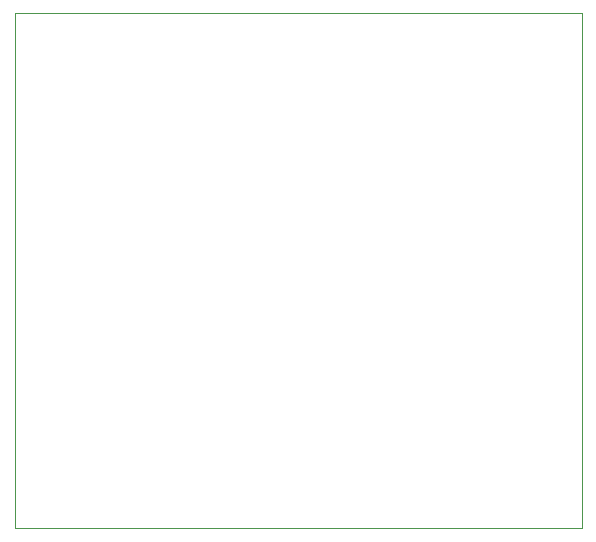
<source format=gm1>
G04 #@! TF.GenerationSoftware,KiCad,Pcbnew,7.0.5*
G04 #@! TF.CreationDate,2024-02-25T22:15:05+02:00*
G04 #@! TF.ProjectId,WTP_receiver,5754505f-7265-4636-9569-7665722e6b69,rev?*
G04 #@! TF.SameCoordinates,Original*
G04 #@! TF.FileFunction,Profile,NP*
%FSLAX46Y46*%
G04 Gerber Fmt 4.6, Leading zero omitted, Abs format (unit mm)*
G04 Created by KiCad (PCBNEW 7.0.5) date 2024-02-25 22:15:05*
%MOMM*%
%LPD*%
G01*
G04 APERTURE LIST*
G04 #@! TA.AperFunction,Profile*
%ADD10C,0.100000*%
G04 #@! TD*
G04 APERTURE END LIST*
D10*
X57000000Y-16428000D02*
X105000000Y-16428000D01*
X105000000Y-60046000D01*
X57000000Y-60046000D01*
X57000000Y-16428000D01*
M02*

</source>
